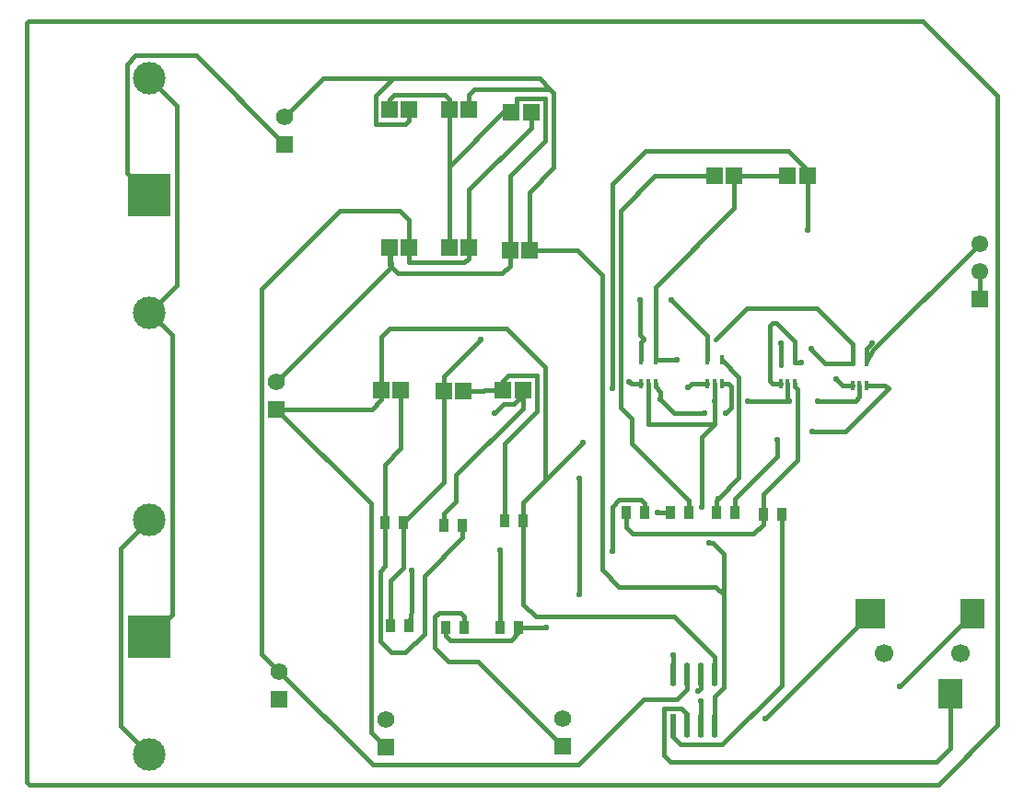
<source format=gtl>
G04*
G04 #@! TF.GenerationSoftware,Altium Limited,Altium Designer,24.6.1 (21)*
G04*
G04 Layer_Physical_Order=1*
G04 Layer_Color=255*
%FSLAX44Y44*%
%MOMM*%
G71*
G04*
G04 #@! TF.SameCoordinates,331DEB25-2CF6-4BCB-8A95-B8F28AD14DBC*
G04*
G04*
G04 #@! TF.FilePolarity,Positive*
G04*
G01*
G75*
%ADD12C,0.4000*%
%ADD17R,0.8065X1.3082*%
%ADD18R,2.8000X2.8000*%
%ADD19R,2.2000X2.8000*%
%ADD20R,1.5000X1.5500*%
G04:AMPARAMS|DCode=21|XSize=2.1741mm|YSize=0.5821mm|CornerRadius=0.2911mm|HoleSize=0mm|Usage=FLASHONLY|Rotation=90.000|XOffset=0mm|YOffset=0mm|HoleType=Round|Shape=RoundedRectangle|*
%AMROUNDEDRECTD21*
21,1,2.1741,0.0000,0,0,90.0*
21,1,1.5919,0.5821,0,0,90.0*
1,1,0.5821,0.0000,0.7960*
1,1,0.5821,0.0000,-0.7960*
1,1,0.5821,0.0000,-0.7960*
1,1,0.5821,0.0000,0.7960*
%
%ADD21ROUNDEDRECTD21*%
%ADD22R,0.5821X2.1741*%
%ADD23R,3.9600X3.9600*%
%ADD24R,0.4000X0.9000*%
%ADD30C,1.5700*%
%ADD31R,1.5700X1.5700*%
%ADD36C,1.7000*%
%ADD37C,1.5500*%
%ADD38R,1.5500X1.5500*%
%ADD39C,3.0000*%
%ADD40C,0.5500*%
D12*
X767080Y358140D02*
Y368730D01*
X763270Y354330D02*
X767080Y358140D01*
X728980Y354330D02*
X763270D01*
X754339Y326390D02*
X793750Y365801D01*
X773580Y368730D02*
X790821D01*
X793750Y365801D01*
X723900Y326390D02*
X754339D01*
X701040Y356006D02*
Y370000D01*
Y356006D02*
X702310Y354736D01*
Y354330D02*
Y354736D01*
X633730Y354330D02*
Y370000D01*
X572770Y355600D02*
Y370000D01*
X596900Y342900D02*
X624840D01*
X584200Y355600D02*
X596900Y342900D01*
X622013Y343187D02*
X624553D01*
X624840Y342900D01*
X579270Y367500D02*
Y370000D01*
X609600Y367030D02*
X609723D01*
X612693Y370000D01*
X627230D01*
X707540Y367500D02*
X707717D01*
X710060Y299840D02*
Y365157D01*
X707717Y367500D02*
X710060Y365157D01*
X707540Y367500D02*
Y370000D01*
X678561Y268341D02*
X710060Y299840D01*
X664210Y354330D02*
X702310D01*
X572830Y332740D02*
Y355540D01*
X572770Y355600D02*
X572830Y355540D01*
X694540Y387350D02*
Y407520D01*
X694690Y407670D01*
X707540Y389382D02*
Y408790D01*
X690187Y426143D02*
X707540Y408790D01*
X686873Y426143D02*
X690187D01*
X684530Y372343D02*
Y423800D01*
X686873Y426143D01*
X663598Y439420D02*
X727560D01*
X760580Y406400D01*
X635000Y410822D02*
X663598Y439420D01*
X735076Y388874D02*
X760580D01*
X722630Y401320D02*
X735076Y388874D01*
X722630Y401320D02*
Y402590D01*
X684530Y372343D02*
X686873Y370000D01*
X694540D01*
X583913Y355887D02*
X584200Y355600D01*
X579270Y367500D02*
X583913Y362857D01*
Y355887D02*
Y362857D01*
X572830Y332740D02*
X633730D01*
X547370Y348301D02*
X558038Y337633D01*
X547370Y348301D02*
Y529590D01*
X649073Y348083D02*
Y367657D01*
X646730Y370000D02*
X649073Y367657D01*
X640230Y370000D02*
X646730D01*
X643890Y342900D02*
X649073Y348083D01*
X656073Y283657D02*
Y376157D01*
X637216Y264800D02*
X656073Y283657D01*
X640230Y392000D02*
X656073Y376157D01*
X633730Y332740D02*
Y354330D01*
X622300Y321310D02*
X633730Y332740D01*
X555526Y372110D02*
X557636Y370000D01*
X555120Y372110D02*
X555526D01*
X557636Y370000D02*
X566270D01*
X530225Y199009D02*
Y470535D01*
X558038Y315468D02*
X610489Y263018D01*
X558038Y315468D02*
Y337633D01*
X547370Y529590D02*
X579120Y561340D01*
X633730D01*
X568706Y411226D02*
Y411632D01*
X565150Y415188D02*
Y447040D01*
Y415188D02*
X568706Y411632D01*
X594360Y447040D02*
X627230Y414170D01*
X579270Y459161D02*
X651730Y531622D01*
X627230Y392000D02*
Y414170D01*
X568706Y410820D02*
Y411226D01*
X566270Y392000D02*
Y408384D01*
X568706Y410820D01*
X539620Y553590D02*
X570230Y584200D01*
X539620Y365760D02*
Y553590D01*
X751410Y368730D02*
X760580D01*
X707540Y389382D02*
X713486D01*
X635000Y183134D02*
X642141Y175993D01*
Y213839D01*
Y90957D02*
Y175993D01*
X633730Y55079D02*
Y82547D01*
X622300Y256540D02*
Y321310D01*
X610489Y251460D02*
Y263018D01*
X581406Y251460D02*
X593471D01*
X509270Y176530D02*
Y283210D01*
X628650Y223520D02*
X632460D01*
X642141Y213839D01*
X633730Y82547D02*
X642141Y90957D01*
X669798Y231902D02*
X678561Y240665D01*
X552450Y238252D02*
X558800Y231902D01*
X678561Y240665D02*
Y250190D01*
X558800Y231902D02*
X669798D01*
X595630Y102401D02*
Y120142D01*
X530225Y199009D02*
X546100Y183134D01*
X635000D01*
X596900Y155956D02*
X633730Y119126D01*
X469392Y155956D02*
X596900D01*
X477965Y281115D02*
X513080Y316230D01*
X458088Y261238D02*
X477965Y281115D01*
X457420Y347472D02*
Y359462D01*
X389780Y570120D02*
X439420Y619760D01*
X389780Y570120D02*
X389780Y570120D01*
X389780Y611742D01*
X389780Y495300D02*
X389780Y570120D01*
X336677Y477647D02*
X342900Y471424D01*
X335060Y479264D02*
X336677Y477647D01*
X635382Y251460D02*
Y262965D01*
X637216Y264800D01*
X482600Y641010D02*
X486040Y637570D01*
X472608Y651002D02*
X482600Y641010D01*
X338074Y651002D02*
X472608D01*
X273812D02*
X338074D01*
X403479Y146050D02*
Y156083D01*
X400050Y159512D02*
X403479Y156083D01*
X380492Y159512D02*
X400050D01*
X376682Y155702D02*
X380492Y159512D01*
X376682Y127000D02*
Y155702D01*
Y127000D02*
X389382Y114300D01*
X416560D01*
X494030Y36830D01*
X458088Y243840D02*
Y261238D01*
X477965Y281115D02*
X478028Y385826D01*
X442722Y421132D02*
X478028Y385826D01*
X335026Y421132D02*
X442722D01*
X327550Y413656D02*
X335026Y421132D01*
X327550Y364490D02*
Y413656D01*
X335060Y479264D02*
Y495300D01*
X342900Y471424D02*
X438150D01*
X445660Y478934D01*
Y492760D01*
X231140Y372110D02*
X336677Y477647D01*
X335060Y495300D02*
X336677Y477647D01*
X389780Y611742D02*
Y622300D01*
X389780Y495300D02*
Y570120D01*
X439420Y619760D02*
X447040D01*
X436880Y146050D02*
Y216916D01*
X463660Y492760D02*
Y546464D01*
X486040Y568844D02*
Y637570D01*
X238760Y615950D02*
X273812Y651002D01*
X678561Y250190D02*
Y268341D01*
X570230Y584200D02*
X701208D01*
X719041Y566368D01*
Y561340D02*
Y566368D01*
X453897Y146050D02*
X478790D01*
X431800Y342900D02*
X440140Y351240D01*
X449198D01*
X457420Y359462D01*
Y364490D01*
X745490Y374650D02*
X751410Y368730D01*
X773580Y402740D02*
X778435Y407595D01*
X773580Y390730D02*
Y402740D01*
X407780Y622300D02*
Y636040D01*
X412750Y641010D01*
X482600D01*
X463660Y546464D02*
X486040Y568844D01*
X322072Y635000D02*
X338074Y651002D01*
X322072Y608838D02*
Y635000D01*
Y608838D02*
X349250D01*
X353170Y612758D01*
Y622300D01*
X407780Y485775D02*
Y495300D01*
X403843Y481838D02*
X407780Y485775D01*
X353060Y481838D02*
X403843D01*
X353060D02*
Y495300D01*
X330582Y202184D02*
Y242570D01*
X326136Y197738D02*
X330582Y202184D01*
X326136Y133096D02*
Y197738D01*
Y133096D02*
X336550Y122682D01*
X349758D01*
X366776Y139700D01*
Y193040D01*
X402209Y228472D01*
Y240030D01*
X327550Y355600D02*
Y364490D01*
X318660Y346710D02*
X327550Y355600D01*
X231140Y346710D02*
X318660D01*
X318008Y49022D02*
X331470Y35560D01*
X318008Y49022D02*
Y259842D01*
X231140Y346710D02*
X318008Y259842D01*
X569467Y251460D02*
Y260350D01*
X566419Y263398D02*
X569467Y260350D01*
X546100Y263398D02*
X566419D01*
X539496Y256794D02*
X546100Y263398D01*
X539496Y216408D02*
Y256794D01*
X652399Y251460D02*
Y264414D01*
X691134Y303150D01*
Y318516D01*
X760580Y390730D02*
Y406400D01*
X458088Y167260D02*
Y243840D01*
Y167260D02*
X469392Y155956D01*
X633730Y102401D02*
Y119126D01*
X850940Y35055D02*
Y84920D01*
X838200Y22314D02*
X850940Y35055D01*
X592874Y22314D02*
X838200D01*
X586994Y28194D02*
X592874Y22314D01*
X586994Y28194D02*
Y71450D01*
X603555D01*
X608330Y66675D01*
Y55079D02*
Y66675D01*
X773580Y390730D02*
X779617Y401157D01*
X877570Y499110D01*
X385191Y240030D02*
Y251080D01*
X395986Y261874D01*
Y286038D01*
X457420Y347472D01*
X87884Y55576D02*
X114300Y29160D01*
X87884Y218744D02*
X114300Y245160D01*
Y435560D02*
X134874Y414986D01*
Y157734D02*
Y414986D01*
X114300Y137160D02*
X134874Y157734D01*
X114300Y435560D02*
X139700Y460960D01*
Y626160D01*
X114300Y651560D02*
X139700Y626160D01*
X93726Y564134D02*
X114300Y543560D01*
X93726Y564134D02*
Y664210D01*
X101600Y672084D01*
X157226D01*
X238760Y590550D01*
X352678Y147320D02*
X355600Y160910D01*
Y198374D01*
X598756Y392000D02*
X598932Y392176D01*
X579270Y392000D02*
X598756D01*
X579270D02*
Y459161D01*
X651730Y531622D02*
Y561340D01*
X701040D01*
X330582Y242570D02*
Y295910D01*
X345550Y310879D01*
Y364490D01*
X402700Y363220D02*
X421132D01*
X422402Y364490D01*
X439420D01*
Y372660D01*
X444500Y377740D01*
X470420D01*
Y344690D02*
Y377740D01*
X441072Y315341D02*
X470420Y344690D01*
X441072Y243840D02*
Y315341D01*
X445660Y492760D02*
Y561738D01*
X478040Y594118D01*
Y633010D01*
X451866D02*
X478040D01*
X451866Y623570D02*
Y633010D01*
X448056Y619760D02*
X451866Y623570D01*
X447040Y619760D02*
X448056D01*
X389780Y622300D02*
Y631825D01*
X385843Y635762D02*
X389780Y631825D01*
X339107Y635762D02*
X385843D01*
X335170Y631825D02*
X339107Y635762D01*
X335170Y622300D02*
Y631825D01*
X680250Y62230D02*
X776940Y158920D01*
X595630Y45212D02*
Y55079D01*
Y45212D02*
X602870Y37971D01*
X640714D01*
X695579Y92837D01*
Y250190D01*
X386461Y137921D02*
Y146050D01*
Y137921D02*
X390525Y133858D01*
X446532D01*
X453897Y141223D01*
Y146050D01*
X621030Y55079D02*
Y78232D01*
X804392Y91948D02*
X870940Y158496D01*
Y158920D01*
X618236Y87122D02*
X621030Y89916D01*
Y102401D01*
X335662Y147320D02*
Y188976D01*
X347598Y200913D01*
Y242570D01*
X384700Y279671D01*
Y363220D01*
Y377080D01*
X418846Y411226D01*
X719041Y511302D02*
Y561340D01*
X552450Y238252D02*
Y251460D01*
X217678Y121412D02*
X233680Y105410D01*
X217678Y121412D02*
Y457708D01*
X289560Y529590D01*
X344170D01*
X353060Y520700D01*
Y495300D02*
Y520700D01*
X233680Y105410D02*
X319786Y19304D01*
X508762D01*
X568908Y79450D01*
X598880D01*
X608330Y88900D01*
Y102401D01*
X407780Y495300D02*
Y548530D01*
X465040Y605790D01*
Y619760D01*
X760580Y388874D02*
Y390730D01*
X877570Y448310D02*
Y473710D01*
X463660Y492760D02*
X508000D01*
X530225Y470535D01*
X894080Y55880D02*
Y635000D01*
X825500Y703580D02*
X894080Y635000D01*
X2758Y703580D02*
X825500D01*
X1270Y3810D02*
Y702092D01*
X2758Y703580D01*
X1270Y3810D02*
X3810Y1270D01*
X839470D01*
X894080Y55880D01*
X87884Y55576D02*
Y218744D01*
D17*
X695579Y250190D02*
D03*
X678561D02*
D03*
X403479Y146050D02*
D03*
X386461D02*
D03*
X569467Y251460D02*
D03*
X552450D02*
D03*
X453897Y146050D02*
D03*
X436880D02*
D03*
X335662Y147320D02*
D03*
X352678D02*
D03*
X635382Y251460D02*
D03*
X652399D02*
D03*
X610489D02*
D03*
X593471D02*
D03*
X385191Y240030D02*
D03*
X402209D02*
D03*
X330582Y242570D02*
D03*
X347598D02*
D03*
X441072Y243840D02*
D03*
X458088D02*
D03*
D18*
X776940Y158920D02*
D03*
D19*
X870940D02*
D03*
X850940Y84920D02*
D03*
D20*
X457420Y364490D02*
D03*
X439420D02*
D03*
X719041Y561340D02*
D03*
X701040D02*
D03*
X651730D02*
D03*
X633730D02*
D03*
X345550Y364490D02*
D03*
X327550D02*
D03*
X402700Y363220D02*
D03*
X384700D02*
D03*
X465040Y619760D02*
D03*
X447040D02*
D03*
X407780Y495300D02*
D03*
X389780D02*
D03*
X353060D02*
D03*
X335060D02*
D03*
X445660Y492760D02*
D03*
X463660D02*
D03*
X389780Y622300D02*
D03*
X407780D02*
D03*
X335170D02*
D03*
X353170D02*
D03*
D21*
X595630Y102401D02*
D03*
X608330D02*
D03*
X621030D02*
D03*
X633730D02*
D03*
Y55079D02*
D03*
X621030D02*
D03*
X608330D02*
D03*
D22*
X595630D02*
D03*
D23*
X114300Y137160D02*
D03*
Y543560D02*
D03*
D24*
X566270Y392000D02*
D03*
X579270D02*
D03*
Y370000D02*
D03*
X572770D02*
D03*
X566270D02*
D03*
X760580Y390730D02*
D03*
X773580D02*
D03*
Y368730D02*
D03*
X767080D02*
D03*
X760580D02*
D03*
X694540Y392000D02*
D03*
X707540D02*
D03*
Y370000D02*
D03*
X701040D02*
D03*
X694540D02*
D03*
X627230Y392000D02*
D03*
X640230D02*
D03*
Y370000D02*
D03*
X633730D02*
D03*
X627230D02*
D03*
D30*
X494030Y62230D02*
D03*
X331470Y60960D02*
D03*
X233680Y105410D02*
D03*
X231140Y372110D02*
D03*
X238760Y615950D02*
D03*
D31*
X494030Y36830D02*
D03*
X331470Y35560D02*
D03*
X233680Y80010D02*
D03*
X231140Y346710D02*
D03*
X238760Y590550D02*
D03*
D36*
X789940Y121920D02*
D03*
X859940D02*
D03*
D37*
X877570Y499110D02*
D03*
Y473710D02*
D03*
D38*
Y448310D02*
D03*
D39*
X114300Y29160D02*
D03*
Y245160D02*
D03*
Y435560D02*
D03*
Y651560D02*
D03*
D40*
X609600Y367030D02*
D03*
X702310Y354330D02*
D03*
X728980D02*
D03*
X664210D02*
D03*
X694690Y407670D02*
D03*
X722630Y402590D02*
D03*
X584200Y355600D02*
D03*
X643890Y342900D02*
D03*
X624840D02*
D03*
X633730Y354330D02*
D03*
X555120Y372110D02*
D03*
X565150Y447040D02*
D03*
X594360D02*
D03*
X539620Y365760D02*
D03*
X622300Y256540D02*
D03*
X581406Y251460D02*
D03*
X628650Y223520D02*
D03*
X595630Y120142D02*
D03*
X513080Y316230D02*
D03*
X436880Y216916D02*
D03*
X637216Y264800D02*
D03*
X478790Y146050D02*
D03*
X509270Y176530D02*
D03*
Y283210D02*
D03*
X723900Y326390D02*
D03*
X431800Y342900D02*
D03*
X745490Y374650D02*
D03*
X778435Y407595D02*
D03*
X539496Y216408D02*
D03*
X691134Y318516D02*
D03*
X713486Y389382D02*
D03*
X355600Y198374D02*
D03*
X598932Y392176D02*
D03*
X680250Y62230D02*
D03*
X621030Y78232D02*
D03*
X804392Y91948D02*
D03*
X618236Y87122D02*
D03*
X418846Y411226D02*
D03*
X719041Y511302D02*
D03*
X568706Y411226D02*
D03*
M02*

</source>
